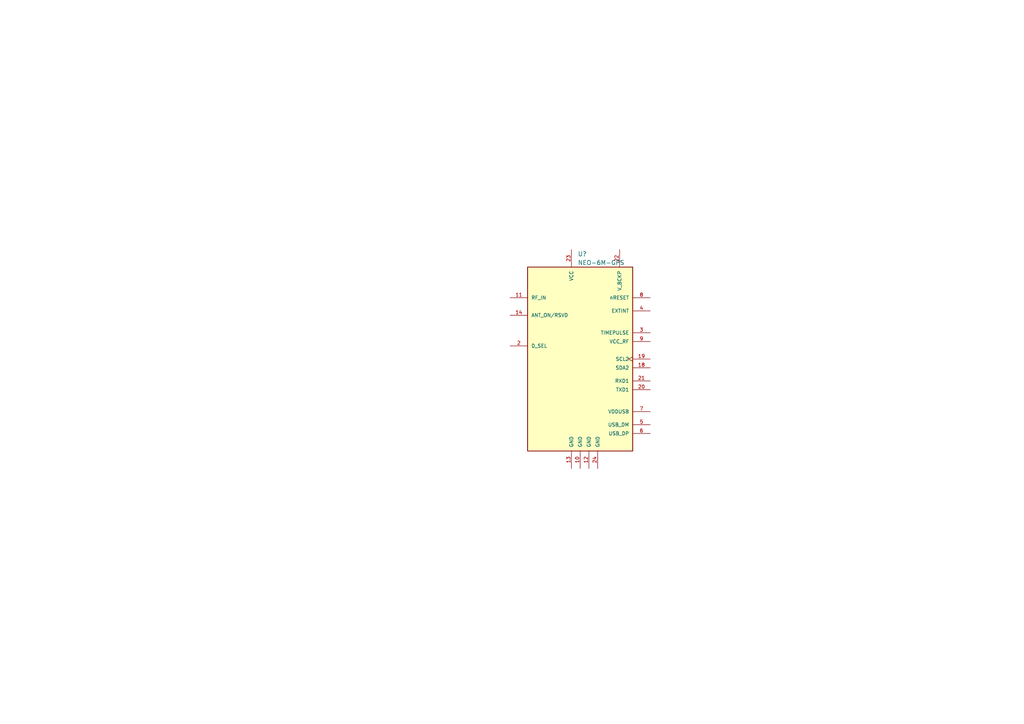
<source format=kicad_sch>
(kicad_sch (version 20230121) (generator eeschema)
  (paper "A4")
  (lib_symbols
    (symbol "GCL_Integrated-Circuits:NEO-6M-GPS" (pin_names (offset 1.016))
      (property "Reference" "U?" (at -0.7111 29.21 0))
      (property "Value" "NEO-6M-GPS" (at -0.7111 26.67 0))
      (symbol "NEO-6M-GPS_0_0"
        (rectangle (start -15.24 -27.94) (end 15.24 25.4) (stroke (width 0.254)) (fill (type background)))
        (pin power_in line (at 0 -33.02 90) (length 5.08) (name "GND") (number "10"))
        (pin input line (at -20.32 16.51 0) (length 5.08) (name "RF_IN") (number "11"))
        (pin power_in line (at 2.54 -33.02 90) (length 5.08) (name "GND") (number "12"))
        (pin power_in line (at -2.54 -33.02 90) (length 5.08) (name "GND") (number "13"))
        (pin bidirectional line (at -20.32 11.43 0) (length 5.08) (name "ANT_ON/RSVD") (number "14"))
        (pin bidirectional line (at 20.32 -3.81 180) (length 5.08) (name "SDA2") (number "18"))
        (pin bidirectional clock (at 20.32 -1.27 180) (length 5.08) (name "SCL2") (number "19"))
        (pin input line (at -20.32 2.54 0) (length 5.08) (name "D_SEL") (number "2"))
        (pin output line (at 20.32 -10.16 180) (length 5.08) (name "TXD1") (number "20"))
        (pin input line (at 20.32 -7.62 180) (length 5.08) (name "RXD1") (number "21"))
        (pin power_in line (at 11.43 30.48 270) (length 5.08) (name "V_BCKP") (number "22"))
        (pin power_in line (at -2.54 30.48 270) (length 5.08) (name "VCC") (number "23"))
        (pin power_in line (at 5.08 -33.02 90) (length 5.08) (name "GND") (number "24"))
        (pin output line (at 20.32 6.35 180) (length 5.08) (name "TIMEPULSE") (number "3"))
        (pin input line (at 20.32 12.7 180) (length 5.08) (name "EXTINT") (number "4"))
        (pin bidirectional line (at 20.32 -20.32 180) (length 5.08) (name "USB_DM") (number "5"))
        (pin bidirectional line (at 20.32 -22.86 180) (length 5.08) (name "USB_DP") (number "6"))
        (pin power_in line (at 20.32 -16.51 180) (length 5.08) (name "VDDUSB") (number "7"))
        (pin passive line (at 20.32 16.51 180) (length 5.08) (name "nRESET") (number "8"))
        (pin output line (at 20.32 3.81 180) (length 5.08) (name "VCC_RF") (number "9"))
      )
      (symbol "NEO-6M-GPS_1_0"
        (pin no_connect line (at 7.62 -8.89 180) (length 2.54) hide (name "RSVD") (number "1"))
        (pin no_connect line (at -20.32 -2.54 0) (length 5.08) hide (name "RSVD") (number "15"))
        (pin no_connect line (at -20.32 0 0) (length 5.08) hide (name "RSVD") (number "16"))
        (pin no_connect line (at 7.62 -11.43 180) (length 5.08) hide (name "RSVD") (number "17"))
      )
    )
  )
  (symbol (lib_id "GCL_Integrated-Circuits:NEO-6M-GPS") (at 168.275 102.87 0) (unit 1)
    (property "Reference" "U?" (at 167.5639 73.66 0) (effects (justify left)))
    (property "Value" "NEO-6M-GPS" (at 167.5639 76.2 0) (effects (justify left)))
    (property "Footprint" "XCVR_NEO-6M-GPS" (effects hide))
    (property "STANDARD" "Manufacturer Recommendations" (effects hide))
    (property "MANUFACTURER" "U-Blox" (effects hide))
    (property "PARTREV" "R15" (effects hide))
  )
)
</source>
